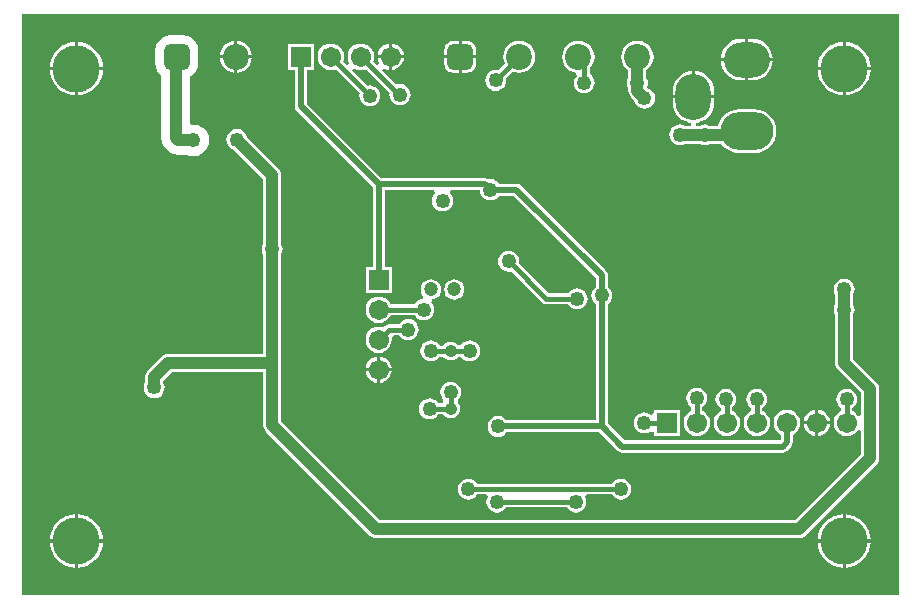
<source format=gbl>
G04*
G04 #@! TF.GenerationSoftware,Altium Limited,Altium Designer,18.1.1 (9)*
G04*
G04 Layer_Physical_Order=2*
G04 Layer_Color=16711680*
%FSLAX42Y42*%
%MOMM*%
G71*
G01*
G75*
%ADD12C,0.25*%
%ADD77C,0.40*%
%ADD78C,0.50*%
%ADD79C,1.00*%
%ADD81C,1.06*%
%ADD82R,1.71X1.71*%
%ADD83C,1.71*%
%ADD84R,1.71X1.71*%
%ADD85O,3.90X3.00*%
%ADD86O,3.00X3.90*%
%ADD87O,4.50X3.20*%
%ADD88C,1.20*%
G04:AMPARAMS|DCode=89|XSize=2.2mm|YSize=2.2mm|CornerRadius=0.55mm|HoleSize=0mm|Usage=FLASHONLY|Rotation=0.000|XOffset=0mm|YOffset=0mm|HoleType=Round|Shape=RoundedRectangle|*
%AMROUNDEDRECTD89*
21,1,2.20,1.10,0,0,0.0*
21,1,1.10,2.20,0,0,0.0*
1,1,1.10,0.55,-0.55*
1,1,1.10,-0.55,-0.55*
1,1,1.10,-0.55,0.55*
1,1,1.10,0.55,0.55*
%
%ADD89ROUNDEDRECTD89*%
%ADD90C,2.20*%
%ADD91C,4.00*%
%ADD92C,1.25*%
G36*
X7461Y39D02*
X39D01*
Y4961D01*
X7461D01*
Y39D01*
D02*
G37*
%LPC*%
G36*
X3805Y4736D02*
X3763D01*
Y4613D01*
X3886D01*
Y4655D01*
X3883Y4676D01*
X3875Y4696D01*
X3862Y4712D01*
X3846Y4725D01*
X3826Y4733D01*
X3805Y4736D01*
D02*
G37*
G36*
X3737D02*
X3695D01*
X3674Y4733D01*
X3654Y4725D01*
X3638Y4712D01*
X3625Y4696D01*
X3617Y4676D01*
X3614Y4655D01*
Y4613D01*
X3737D01*
Y4736D01*
D02*
G37*
G36*
X3175Y4710D02*
Y4613D01*
X3272D01*
X3270Y4629D01*
X3259Y4656D01*
X3241Y4679D01*
X3218Y4697D01*
X3191Y4708D01*
X3175Y4710D01*
D02*
G37*
G36*
X3149D02*
X3133Y4708D01*
X3106Y4697D01*
X3083Y4679D01*
X3065Y4656D01*
X3054Y4629D01*
X3052Y4613D01*
X3149D01*
Y4710D01*
D02*
G37*
G36*
X1863Y4735D02*
Y4613D01*
X1985D01*
X1982Y4635D01*
X1968Y4668D01*
X1947Y4697D01*
X1918Y4718D01*
X1885Y4732D01*
X1863Y4735D01*
D02*
G37*
G36*
X1837D02*
X1815Y4732D01*
X1782Y4718D01*
X1753Y4697D01*
X1732Y4668D01*
X1718Y4635D01*
X1715Y4613D01*
X1837D01*
Y4735D01*
D02*
G37*
G36*
X6220Y4751D02*
X6188D01*
Y4588D01*
X6395D01*
X6393Y4609D01*
X6383Y4642D01*
X6367Y4673D01*
X6345Y4700D01*
X6318Y4722D01*
X6287Y4738D01*
X6254Y4748D01*
X6220Y4751D01*
D02*
G37*
G36*
X6162D02*
X6130D01*
X6096Y4748D01*
X6063Y4738D01*
X6032Y4722D01*
X6005Y4700D01*
X5983Y4673D01*
X5967Y4642D01*
X5957Y4609D01*
X5955Y4588D01*
X6162D01*
Y4751D01*
D02*
G37*
G36*
X2908Y4712D02*
X2879Y4708D01*
X2852Y4697D01*
X2829Y4679D01*
X2811Y4656D01*
X2800Y4629D01*
X2796Y4600D01*
X2800Y4571D01*
X2811Y4544D01*
X2812Y4542D01*
X2794Y4526D01*
X2758Y4561D01*
X2762Y4571D01*
X2766Y4600D01*
X2762Y4629D01*
X2751Y4656D01*
X2733Y4679D01*
X2710Y4697D01*
X2683Y4708D01*
X2654Y4712D01*
X2625Y4708D01*
X2598Y4697D01*
X2575Y4679D01*
X2557Y4656D01*
X2546Y4629D01*
X2542Y4600D01*
X2546Y4571D01*
X2557Y4544D01*
X2575Y4521D01*
X2598Y4503D01*
X2625Y4492D01*
X2654Y4488D01*
X2683Y4492D01*
X2693Y4496D01*
X2898Y4290D01*
X2895Y4270D01*
X2898Y4247D01*
X2907Y4226D01*
X2921Y4207D01*
X2940Y4193D01*
X2961Y4184D01*
X2984Y4181D01*
X3007Y4184D01*
X3028Y4193D01*
X3047Y4207D01*
X3061Y4226D01*
X3070Y4247D01*
X3073Y4270D01*
X3070Y4293D01*
X3061Y4314D01*
X3047Y4333D01*
X3028Y4347D01*
X3007Y4356D01*
X2984Y4359D01*
X2964Y4356D01*
X2834Y4486D01*
X2850Y4504D01*
X2852Y4503D01*
X2879Y4492D01*
X2908Y4488D01*
X2937Y4492D01*
X2947Y4496D01*
X3153Y4290D01*
X3151Y4280D01*
X3154Y4257D01*
X3163Y4236D01*
X3177Y4217D01*
X3196Y4203D01*
X3217Y4194D01*
X3240Y4191D01*
X3263Y4194D01*
X3284Y4203D01*
X3303Y4217D01*
X3317Y4236D01*
X3326Y4257D01*
X3329Y4280D01*
X3326Y4303D01*
X3317Y4324D01*
X3303Y4343D01*
X3284Y4357D01*
X3263Y4366D01*
X3240Y4369D01*
X3217Y4366D01*
X3211Y4363D01*
X3088Y4486D01*
X3104Y4504D01*
X3106Y4503D01*
X3133Y4492D01*
X3149Y4490D01*
Y4587D01*
X3052D01*
X3054Y4571D01*
X3065Y4544D01*
X3066Y4542D01*
X3048Y4526D01*
X3012Y4561D01*
X3016Y4571D01*
X3020Y4600D01*
X3016Y4629D01*
X3005Y4656D01*
X2987Y4679D01*
X2964Y4697D01*
X2937Y4708D01*
X2908Y4712D01*
D02*
G37*
G36*
X7013Y4725D02*
Y4513D01*
X7225D01*
X7222Y4544D01*
X7209Y4587D01*
X7188Y4626D01*
X7160Y4660D01*
X7126Y4688D01*
X7087Y4709D01*
X7044Y4722D01*
X7013Y4725D01*
D02*
G37*
G36*
X6987D02*
X6956Y4722D01*
X6913Y4709D01*
X6874Y4688D01*
X6840Y4660D01*
X6812Y4626D01*
X6791Y4587D01*
X6778Y4544D01*
X6775Y4513D01*
X6987D01*
Y4725D01*
D02*
G37*
G36*
X513D02*
Y4513D01*
X725D01*
X722Y4544D01*
X709Y4587D01*
X688Y4626D01*
X660Y4660D01*
X626Y4688D01*
X587Y4709D01*
X544Y4722D01*
X513Y4725D01*
D02*
G37*
G36*
X487D02*
X456Y4722D01*
X413Y4709D01*
X374Y4688D01*
X340Y4660D01*
X312Y4626D01*
X291Y4587D01*
X278Y4544D01*
X275Y4513D01*
X487D01*
Y4725D01*
D02*
G37*
G36*
X3272Y4587D02*
X3175D01*
Y4490D01*
X3191Y4492D01*
X3218Y4503D01*
X3241Y4521D01*
X3259Y4544D01*
X3270Y4571D01*
X3272Y4587D01*
D02*
G37*
G36*
X4250Y4737D02*
X4215Y4732D01*
X4182Y4718D01*
X4153Y4697D01*
X4132Y4668D01*
X4118Y4635D01*
X4113Y4600D01*
X4118Y4565D01*
X4127Y4543D01*
X4070Y4486D01*
X4050Y4489D01*
X4027Y4486D01*
X4006Y4477D01*
X3987Y4463D01*
X3973Y4444D01*
X3964Y4423D01*
X3961Y4400D01*
X3964Y4377D01*
X3973Y4356D01*
X3987Y4337D01*
X4006Y4323D01*
X4027Y4314D01*
X4050Y4311D01*
X4073Y4314D01*
X4094Y4323D01*
X4113Y4337D01*
X4127Y4356D01*
X4136Y4377D01*
X4139Y4400D01*
X4136Y4420D01*
X4193Y4477D01*
X4215Y4468D01*
X4250Y4463D01*
X4285Y4468D01*
X4318Y4482D01*
X4347Y4503D01*
X4368Y4532D01*
X4382Y4565D01*
X4387Y4600D01*
X4382Y4635D01*
X4368Y4668D01*
X4347Y4697D01*
X4318Y4718D01*
X4285Y4732D01*
X4250Y4737D01*
D02*
G37*
G36*
X1985Y4587D02*
X1863D01*
Y4465D01*
X1885Y4468D01*
X1918Y4482D01*
X1947Y4503D01*
X1968Y4532D01*
X1982Y4565D01*
X1985Y4587D01*
D02*
G37*
G36*
X1837D02*
X1715D01*
X1718Y4565D01*
X1732Y4532D01*
X1753Y4503D01*
X1782Y4482D01*
X1815Y4468D01*
X1837Y4465D01*
Y4587D01*
D02*
G37*
G36*
X3886D02*
X3763D01*
Y4464D01*
X3805D01*
X3826Y4467D01*
X3846Y4475D01*
X3862Y4488D01*
X3875Y4504D01*
X3883Y4524D01*
X3886Y4545D01*
Y4587D01*
D02*
G37*
G36*
X3737D02*
X3614D01*
Y4545D01*
X3617Y4524D01*
X3625Y4504D01*
X3638Y4488D01*
X3654Y4475D01*
X3674Y4467D01*
X3695Y4464D01*
X3737D01*
Y4587D01*
D02*
G37*
G36*
X6395Y4562D02*
X6188D01*
Y4399D01*
X6220D01*
X6254Y4402D01*
X6287Y4412D01*
X6318Y4428D01*
X6345Y4450D01*
X6367Y4477D01*
X6383Y4508D01*
X6393Y4541D01*
X6395Y4562D01*
D02*
G37*
G36*
X6162D02*
X5955D01*
X5957Y4541D01*
X5967Y4508D01*
X5983Y4477D01*
X6005Y4450D01*
X6032Y4428D01*
X6063Y4412D01*
X6096Y4402D01*
X6130Y4399D01*
X6162D01*
Y4562D01*
D02*
G37*
G36*
X4750Y4737D02*
X4715Y4732D01*
X4682Y4718D01*
X4653Y4697D01*
X4632Y4668D01*
X4618Y4635D01*
X4613Y4600D01*
X4618Y4565D01*
X4632Y4532D01*
X4653Y4503D01*
X4682Y4482D01*
X4715Y4468D01*
X4727Y4466D01*
X4734Y4451D01*
X4735Y4440D01*
X4723Y4424D01*
X4714Y4403D01*
X4711Y4380D01*
X4714Y4357D01*
X4723Y4336D01*
X4737Y4317D01*
X4756Y4303D01*
X4777Y4294D01*
X4800Y4291D01*
X4823Y4294D01*
X4844Y4303D01*
X4863Y4317D01*
X4877Y4336D01*
X4886Y4357D01*
X4889Y4380D01*
X4886Y4403D01*
X4877Y4424D01*
X4863Y4443D01*
X4846Y4455D01*
Y4503D01*
X4847Y4503D01*
X4868Y4532D01*
X4882Y4565D01*
X4887Y4600D01*
X4882Y4635D01*
X4868Y4668D01*
X4847Y4697D01*
X4818Y4718D01*
X4785Y4732D01*
X4750Y4737D01*
D02*
G37*
G36*
X7225Y4487D02*
X7013D01*
Y4275D01*
X7044Y4278D01*
X7087Y4291D01*
X7126Y4312D01*
X7160Y4340D01*
X7188Y4374D01*
X7209Y4413D01*
X7222Y4456D01*
X7225Y4487D01*
D02*
G37*
G36*
X6987D02*
X6775D01*
X6778Y4456D01*
X6791Y4413D01*
X6812Y4374D01*
X6840Y4340D01*
X6874Y4312D01*
X6913Y4291D01*
X6956Y4278D01*
X6987Y4275D01*
Y4487D01*
D02*
G37*
G36*
X725D02*
X513D01*
Y4275D01*
X544Y4278D01*
X587Y4291D01*
X626Y4312D01*
X660Y4340D01*
X688Y4374D01*
X709Y4413D01*
X722Y4456D01*
X725Y4487D01*
D02*
G37*
G36*
X487D02*
X275D01*
X278Y4456D01*
X291Y4413D01*
X312Y4374D01*
X340Y4340D01*
X374Y4312D01*
X413Y4291D01*
X456Y4278D01*
X487Y4275D01*
Y4487D01*
D02*
G37*
G36*
X5738Y4480D02*
Y4273D01*
X5901D01*
Y4305D01*
X5898Y4339D01*
X5888Y4372D01*
X5872Y4403D01*
X5850Y4430D01*
X5823Y4452D01*
X5792Y4468D01*
X5759Y4478D01*
X5738Y4480D01*
D02*
G37*
G36*
X5712Y4480D02*
X5691Y4478D01*
X5658Y4468D01*
X5627Y4452D01*
X5600Y4430D01*
X5578Y4403D01*
X5562Y4372D01*
X5552Y4339D01*
X5549Y4305D01*
Y4273D01*
X5712D01*
Y4480D01*
D02*
G37*
G36*
X5250Y4737D02*
X5215Y4732D01*
X5182Y4718D01*
X5153Y4697D01*
X5132Y4668D01*
X5118Y4635D01*
X5113Y4600D01*
X5118Y4565D01*
X5132Y4532D01*
X5153Y4503D01*
X5174Y4488D01*
Y4425D01*
X5173Y4424D01*
X5164Y4403D01*
X5161Y4380D01*
X5164Y4357D01*
X5173Y4336D01*
X5174Y4335D01*
Y4310D01*
X5177Y4290D01*
X5184Y4272D01*
X5196Y4256D01*
X5224Y4228D01*
X5224Y4227D01*
X5233Y4206D01*
X5247Y4187D01*
X5266Y4173D01*
X5287Y4164D01*
X5310Y4161D01*
X5333Y4164D01*
X5354Y4173D01*
X5373Y4187D01*
X5387Y4206D01*
X5396Y4227D01*
X5399Y4250D01*
X5396Y4273D01*
X5387Y4294D01*
X5373Y4313D01*
X5354Y4327D01*
X5333Y4336D01*
X5336Y4357D01*
X5339Y4380D01*
X5336Y4403D01*
X5327Y4424D01*
X5326Y4425D01*
Y4488D01*
X5347Y4503D01*
X5368Y4532D01*
X5382Y4565D01*
X5387Y4600D01*
X5382Y4635D01*
X5368Y4668D01*
X5347Y4697D01*
X5318Y4718D01*
X5285Y4732D01*
X5250Y4737D01*
D02*
G37*
G36*
X5901Y4247D02*
X5725D01*
X5549D01*
Y4215D01*
X5552Y4181D01*
X5562Y4148D01*
X5578Y4117D01*
X5600Y4090D01*
X5627Y4068D01*
X5658Y4052D01*
X5691Y4042D01*
X5702Y4041D01*
X5700Y4016D01*
X5655D01*
X5654Y4017D01*
X5633Y4026D01*
X5610Y4029D01*
X5587Y4026D01*
X5566Y4017D01*
X5547Y4003D01*
X5533Y3984D01*
X5524Y3963D01*
X5521Y3940D01*
X5524Y3917D01*
X5533Y3896D01*
X5547Y3877D01*
X5566Y3863D01*
X5587Y3854D01*
X5610Y3851D01*
X5633Y3854D01*
X5654Y3863D01*
X5655Y3864D01*
X5775D01*
X5776Y3863D01*
X5797Y3854D01*
X5820Y3851D01*
X5843Y3854D01*
X5864Y3863D01*
X5865Y3864D01*
X5957D01*
X5978Y3838D01*
X6006Y3815D01*
X6039Y3798D01*
X6074Y3787D01*
X6110Y3784D01*
X6240D01*
X6276Y3787D01*
X6311Y3798D01*
X6344Y3815D01*
X6372Y3838D01*
X6395Y3866D01*
X6412Y3899D01*
X6423Y3934D01*
X6426Y3970D01*
X6423Y4006D01*
X6412Y4041D01*
X6395Y4074D01*
X6372Y4102D01*
X6344Y4125D01*
X6311Y4142D01*
X6276Y4153D01*
X6240Y4156D01*
X6110D01*
X6074Y4153D01*
X6039Y4142D01*
X6006Y4125D01*
X5978Y4102D01*
X5955Y4074D01*
X5938Y4041D01*
X5930Y4016D01*
X5865D01*
X5864Y4017D01*
X5843Y4026D01*
X5820Y4029D01*
X5797Y4026D01*
X5776Y4017D01*
X5775Y4016D01*
X5750D01*
X5748Y4041D01*
X5759Y4042D01*
X5792Y4052D01*
X5823Y4068D01*
X5850Y4090D01*
X5872Y4117D01*
X5888Y4148D01*
X5898Y4181D01*
X5901Y4215D01*
Y4247D01*
D02*
G37*
G36*
X1405Y4781D02*
X1295D01*
X1262Y4777D01*
X1232Y4764D01*
X1206Y4744D01*
X1186Y4718D01*
X1173Y4688D01*
X1169Y4655D01*
Y4545D01*
X1173Y4512D01*
X1186Y4482D01*
X1206Y4456D01*
X1219Y4446D01*
Y3910D01*
X1223Y3879D01*
X1235Y3849D01*
X1254Y3824D01*
X1272Y3807D01*
X1297Y3788D01*
X1326Y3776D01*
X1357Y3771D01*
X1437D01*
X1457Y3763D01*
X1491Y3759D01*
X1526Y3763D01*
X1558Y3777D01*
X1586Y3798D01*
X1607Y3826D01*
X1620Y3858D01*
X1625Y3892D01*
X1620Y3927D01*
X1607Y3959D01*
X1586Y3987D01*
X1558Y4008D01*
X1526Y4022D01*
X1491Y4026D01*
X1480Y4025D01*
X1461Y4041D01*
Y4433D01*
X1468Y4436D01*
X1494Y4456D01*
X1514Y4482D01*
X1527Y4512D01*
X1531Y4545D01*
Y4655D01*
X1527Y4688D01*
X1514Y4718D01*
X1494Y4744D01*
X1468Y4764D01*
X1438Y4777D01*
X1405Y4781D01*
D02*
G37*
G36*
X3700Y2716D02*
X3678Y2713D01*
X3657Y2705D01*
X3639Y2691D01*
X3625Y2673D01*
X3617Y2652D01*
X3614Y2630D01*
X3617Y2608D01*
X3625Y2587D01*
X3639Y2569D01*
X3657Y2555D01*
X3678Y2547D01*
X3700Y2544D01*
X3722Y2547D01*
X3743Y2555D01*
X3761Y2569D01*
X3775Y2587D01*
X3783Y2608D01*
X3786Y2630D01*
X3783Y2652D01*
X3775Y2673D01*
X3761Y2691D01*
X3743Y2705D01*
X3722Y2713D01*
X3700Y2716D01*
D02*
G37*
G36*
X3500D02*
X3478Y2713D01*
X3457Y2705D01*
X3439Y2691D01*
X3425Y2673D01*
X3417Y2652D01*
X3414Y2630D01*
X3417Y2608D01*
X3425Y2587D01*
X3436Y2573D01*
X3432Y2557D01*
X3427Y2547D01*
X3417Y2546D01*
X3396Y2537D01*
X3377Y2523D01*
X3363Y2504D01*
X3363Y2504D01*
X3161D01*
X3157Y2514D01*
X3139Y2537D01*
X3116Y2555D01*
X3089Y2566D01*
X3060Y2570D01*
X3031Y2566D01*
X3004Y2555D01*
X2981Y2537D01*
X2963Y2514D01*
X2952Y2487D01*
X2948Y2458D01*
X2952Y2429D01*
X2963Y2402D01*
X2981Y2379D01*
X3004Y2361D01*
X3031Y2350D01*
X3060Y2346D01*
X3089Y2350D01*
X3116Y2361D01*
X3139Y2379D01*
X3157Y2402D01*
X3161Y2412D01*
X3366D01*
X3377Y2397D01*
X3396Y2383D01*
X3417Y2374D01*
X3440Y2371D01*
X3463Y2374D01*
X3484Y2383D01*
X3503Y2397D01*
X3517Y2416D01*
X3526Y2437D01*
X3529Y2460D01*
X3526Y2483D01*
X3517Y2504D01*
X3505Y2519D01*
X3508Y2533D01*
X3514Y2546D01*
X3522Y2547D01*
X3543Y2555D01*
X3561Y2569D01*
X3575Y2587D01*
X3583Y2608D01*
X3586Y2630D01*
X3583Y2652D01*
X3575Y2673D01*
X3561Y2691D01*
X3543Y2705D01*
X3522Y2713D01*
X3500Y2716D01*
D02*
G37*
G36*
X4160Y2959D02*
X4137Y2956D01*
X4116Y2947D01*
X4097Y2933D01*
X4083Y2914D01*
X4074Y2893D01*
X4071Y2870D01*
X4074Y2847D01*
X4083Y2826D01*
X4097Y2807D01*
X4116Y2793D01*
X4137Y2784D01*
X4160Y2781D01*
X4180Y2784D01*
X4447Y2517D01*
X4462Y2507D01*
X4480Y2504D01*
X4480Y2504D01*
X4665D01*
X4677Y2487D01*
X4696Y2473D01*
X4717Y2464D01*
X4740Y2461D01*
X4763Y2464D01*
X4784Y2473D01*
X4803Y2487D01*
X4817Y2506D01*
X4826Y2527D01*
X4829Y2550D01*
X4826Y2573D01*
X4817Y2594D01*
X4803Y2613D01*
X4784Y2627D01*
X4763Y2636D01*
X4740Y2639D01*
X4717Y2636D01*
X4696Y2627D01*
X4677Y2613D01*
X4665Y2596D01*
X4499D01*
X4246Y2850D01*
X4249Y2870D01*
X4246Y2893D01*
X4237Y2914D01*
X4223Y2933D01*
X4204Y2947D01*
X4183Y2956D01*
X4160Y2959D01*
D02*
G37*
G36*
X3310Y2379D02*
X3287Y2376D01*
X3266Y2367D01*
X3247Y2353D01*
X3235Y2336D01*
X3146D01*
X3146Y2336D01*
X3128Y2333D01*
X3113Y2323D01*
X3113Y2323D01*
X3099Y2308D01*
X3089Y2312D01*
X3060Y2316D01*
X3031Y2312D01*
X3004Y2301D01*
X2981Y2283D01*
X2963Y2260D01*
X2952Y2233D01*
X2948Y2204D01*
X2952Y2175D01*
X2963Y2148D01*
X2981Y2125D01*
X3004Y2107D01*
X3031Y2096D01*
X3060Y2092D01*
X3089Y2096D01*
X3116Y2107D01*
X3139Y2125D01*
X3157Y2148D01*
X3168Y2175D01*
X3172Y2204D01*
X3170Y2219D01*
X3187Y2242D01*
X3191Y2244D01*
X3235D01*
X3247Y2227D01*
X3266Y2213D01*
X3287Y2204D01*
X3310Y2201D01*
X3333Y2204D01*
X3354Y2213D01*
X3373Y2227D01*
X3387Y2246D01*
X3396Y2267D01*
X3399Y2290D01*
X3396Y2313D01*
X3387Y2334D01*
X3373Y2353D01*
X3354Y2367D01*
X3333Y2376D01*
X3310Y2379D01*
D02*
G37*
G36*
X3830Y2199D02*
X3807Y2196D01*
X3786Y2187D01*
X3767Y2173D01*
X3756Y2158D01*
X3732Y2158D01*
X3730Y2158D01*
X3726Y2164D01*
X3710Y2176D01*
X3690Y2184D01*
X3670Y2187D01*
X3650Y2184D01*
X3630Y2176D01*
X3614Y2164D01*
X3607Y2154D01*
X3577D01*
X3577Y2154D01*
X3563Y2173D01*
X3544Y2187D01*
X3523Y2196D01*
X3500Y2199D01*
X3477Y2196D01*
X3456Y2187D01*
X3437Y2173D01*
X3423Y2154D01*
X3414Y2133D01*
X3411Y2110D01*
X3414Y2087D01*
X3423Y2066D01*
X3437Y2047D01*
X3456Y2033D01*
X3477Y2024D01*
X3500Y2021D01*
X3523Y2024D01*
X3544Y2033D01*
X3563Y2047D01*
X3574Y2062D01*
X3607D01*
X3614Y2052D01*
X3630Y2040D01*
X3650Y2032D01*
X3670Y2029D01*
X3690Y2032D01*
X3710Y2040D01*
X3726Y2052D01*
X3733Y2061D01*
X3757D01*
X3767Y2047D01*
X3786Y2033D01*
X3807Y2024D01*
X3830Y2021D01*
X3853Y2024D01*
X3874Y2033D01*
X3893Y2047D01*
X3907Y2066D01*
X3916Y2087D01*
X3919Y2110D01*
X3916Y2133D01*
X3907Y2154D01*
X3893Y2173D01*
X3874Y2187D01*
X3853Y2196D01*
X3830Y2199D01*
D02*
G37*
G36*
X3073Y2060D02*
Y1963D01*
X3170D01*
X3168Y1979D01*
X3157Y2006D01*
X3139Y2029D01*
X3116Y2047D01*
X3089Y2058D01*
X3073Y2060D01*
D02*
G37*
G36*
X3047D02*
X3031Y2058D01*
X3004Y2047D01*
X2981Y2029D01*
X2963Y2006D01*
X2952Y1979D01*
X2950Y1963D01*
X3047D01*
Y2060D01*
D02*
G37*
G36*
X3170Y1937D02*
X3073D01*
Y1840D01*
X3089Y1842D01*
X3116Y1853D01*
X3139Y1871D01*
X3157Y1894D01*
X3168Y1921D01*
X3170Y1937D01*
D02*
G37*
G36*
X3047D02*
X2950D01*
X2952Y1921D01*
X2963Y1894D01*
X2981Y1871D01*
X3004Y1853D01*
X3031Y1842D01*
X3047Y1840D01*
Y1937D01*
D02*
G37*
G36*
X3670Y1849D02*
X3647Y1846D01*
X3626Y1837D01*
X3607Y1823D01*
X3593Y1804D01*
X3584Y1783D01*
X3581Y1760D01*
X3584Y1737D01*
X3593Y1716D01*
X3607Y1697D01*
X3607Y1666D01*
X3565D01*
X3553Y1683D01*
X3534Y1697D01*
X3513Y1706D01*
X3490Y1709D01*
X3467Y1706D01*
X3446Y1697D01*
X3427Y1683D01*
X3413Y1664D01*
X3404Y1643D01*
X3401Y1620D01*
X3404Y1597D01*
X3413Y1576D01*
X3427Y1557D01*
X3446Y1543D01*
X3467Y1534D01*
X3490Y1531D01*
X3513Y1534D01*
X3534Y1543D01*
X3553Y1557D01*
X3565Y1574D01*
X3607D01*
X3614Y1564D01*
X3630Y1552D01*
X3650Y1544D01*
X3670Y1541D01*
X3690Y1544D01*
X3710Y1552D01*
X3726Y1564D01*
X3738Y1580D01*
X3746Y1600D01*
X3749Y1620D01*
X3746Y1640D01*
X3738Y1660D01*
X3733Y1666D01*
X3733Y1697D01*
X3747Y1716D01*
X3756Y1737D01*
X3759Y1760D01*
X3756Y1783D01*
X3747Y1804D01*
X3733Y1823D01*
X3714Y1837D01*
X3693Y1846D01*
X3670Y1849D01*
D02*
G37*
G36*
X5611Y1611D02*
X5389D01*
Y1580D01*
X5364Y1569D01*
X5354Y1577D01*
X5333Y1586D01*
X5310Y1589D01*
X5287Y1586D01*
X5266Y1577D01*
X5247Y1563D01*
X5233Y1544D01*
X5224Y1523D01*
X5221Y1500D01*
X5224Y1477D01*
X5233Y1456D01*
X5247Y1437D01*
X5266Y1423D01*
X5287Y1414D01*
X5310Y1411D01*
X5333Y1414D01*
X5354Y1423D01*
X5364Y1431D01*
X5389Y1420D01*
Y1389D01*
X5611D01*
Y1611D01*
D02*
G37*
G36*
X2511Y4711D02*
X2289D01*
Y4489D01*
X2349D01*
Y4180D01*
X2353Y4160D01*
X2364Y4144D01*
X3009Y3499D01*
Y2823D01*
X2949D01*
Y2601D01*
X3171D01*
Y2823D01*
X3111D01*
Y3469D01*
X3530D01*
X3539Y3444D01*
X3537Y3443D01*
X3523Y3424D01*
X3514Y3403D01*
X3511Y3380D01*
X3514Y3357D01*
X3523Y3336D01*
X3537Y3317D01*
X3556Y3303D01*
X3577Y3294D01*
X3600Y3291D01*
X3623Y3294D01*
X3644Y3303D01*
X3663Y3317D01*
X3677Y3336D01*
X3686Y3357D01*
X3689Y3380D01*
X3686Y3403D01*
X3677Y3424D01*
X3663Y3443D01*
X3661Y3444D01*
X3670Y3469D01*
X3917D01*
X3919Y3452D01*
X3928Y3431D01*
X3942Y3412D01*
X3961Y3398D01*
X3982Y3389D01*
X4005Y3386D01*
X4028Y3389D01*
X4049Y3398D01*
X4068Y3412D01*
X4076Y3424D01*
X4204D01*
X4899Y2729D01*
Y2651D01*
X4887Y2643D01*
X4873Y2624D01*
X4864Y2603D01*
X4861Y2580D01*
X4864Y2557D01*
X4873Y2536D01*
X4887Y2517D01*
X4899Y2509D01*
Y1521D01*
X4141D01*
X4133Y1533D01*
X4114Y1547D01*
X4093Y1556D01*
X4070Y1559D01*
X4047Y1556D01*
X4026Y1547D01*
X4007Y1533D01*
X3993Y1514D01*
X3984Y1493D01*
X3981Y1470D01*
X3984Y1447D01*
X3993Y1426D01*
X4007Y1407D01*
X4026Y1393D01*
X4047Y1384D01*
X4070Y1381D01*
X4093Y1384D01*
X4114Y1393D01*
X4133Y1407D01*
X4141Y1419D01*
X4929D01*
X5084Y1264D01*
X5100Y1253D01*
X5120Y1249D01*
X6480D01*
X6500Y1253D01*
X6516Y1264D01*
X6552Y1300D01*
X6563Y1316D01*
X6567Y1336D01*
Y1401D01*
X6572Y1403D01*
X6595Y1421D01*
X6613Y1444D01*
X6624Y1471D01*
X6628Y1500D01*
X6624Y1529D01*
X6613Y1556D01*
X6595Y1579D01*
X6572Y1597D01*
X6545Y1608D01*
X6516Y1612D01*
X6487Y1608D01*
X6460Y1597D01*
X6437Y1579D01*
X6419Y1556D01*
X6408Y1529D01*
X6404Y1500D01*
X6408Y1471D01*
X6419Y1444D01*
X6437Y1421D01*
X6460Y1403D01*
X6465Y1401D01*
Y1357D01*
X6459Y1351D01*
X5141D01*
X5001Y1491D01*
Y2509D01*
X5013Y2517D01*
X5027Y2536D01*
X5036Y2557D01*
X5039Y2580D01*
X5036Y2603D01*
X5027Y2624D01*
X5013Y2643D01*
X5001Y2651D01*
Y2750D01*
X4997Y2770D01*
X4986Y2786D01*
X4261Y3511D01*
X4245Y3522D01*
X4225Y3526D01*
X4076D01*
X4068Y3538D01*
X4049Y3552D01*
X4028Y3561D01*
X4005Y3564D01*
X3989Y3562D01*
X3980Y3567D01*
X3960Y3571D01*
X3081D01*
X2451Y4201D01*
Y4489D01*
X2511D01*
Y4711D01*
D02*
G37*
G36*
X6783Y1610D02*
Y1513D01*
X6880D01*
X6878Y1529D01*
X6867Y1556D01*
X6849Y1579D01*
X6826Y1597D01*
X6799Y1608D01*
X6783Y1610D01*
D02*
G37*
G36*
X6757D02*
X6741Y1608D01*
X6714Y1597D01*
X6691Y1579D01*
X6673Y1556D01*
X6662Y1529D01*
X6660Y1513D01*
X6757D01*
Y1610D01*
D02*
G37*
G36*
X6880Y1487D02*
X6783D01*
Y1390D01*
X6799Y1392D01*
X6826Y1403D01*
X6849Y1421D01*
X6867Y1444D01*
X6878Y1471D01*
X6880Y1487D01*
D02*
G37*
G36*
X6757D02*
X6660D01*
X6662Y1471D01*
X6673Y1444D01*
X6691Y1421D01*
X6714Y1403D01*
X6741Y1392D01*
X6757Y1390D01*
Y1487D01*
D02*
G37*
G36*
X6262Y1789D02*
X6239Y1786D01*
X6218Y1777D01*
X6199Y1763D01*
X6185Y1744D01*
X6176Y1723D01*
X6173Y1700D01*
X6176Y1677D01*
X6185Y1656D01*
X6199Y1637D01*
X6216Y1625D01*
Y1601D01*
X6206Y1597D01*
X6183Y1579D01*
X6165Y1556D01*
X6154Y1529D01*
X6150Y1500D01*
X6154Y1471D01*
X6165Y1444D01*
X6183Y1421D01*
X6206Y1403D01*
X6233Y1392D01*
X6262Y1388D01*
X6291Y1392D01*
X6318Y1403D01*
X6341Y1421D01*
X6359Y1444D01*
X6370Y1471D01*
X6374Y1500D01*
X6370Y1529D01*
X6359Y1556D01*
X6341Y1579D01*
X6318Y1597D01*
X6308Y1601D01*
Y1625D01*
X6325Y1637D01*
X6339Y1656D01*
X6348Y1677D01*
X6351Y1700D01*
X6348Y1723D01*
X6339Y1744D01*
X6325Y1763D01*
X6306Y1777D01*
X6285Y1786D01*
X6262Y1789D01*
D02*
G37*
G36*
X6000D02*
X5977Y1786D01*
X5956Y1777D01*
X5937Y1763D01*
X5923Y1744D01*
X5914Y1723D01*
X5911Y1700D01*
X5914Y1677D01*
X5923Y1656D01*
X5937Y1637D01*
X5955Y1624D01*
X5955Y1618D01*
X5954Y1598D01*
X5952Y1597D01*
X5929Y1579D01*
X5911Y1556D01*
X5900Y1529D01*
X5896Y1500D01*
X5900Y1471D01*
X5911Y1444D01*
X5929Y1421D01*
X5952Y1403D01*
X5979Y1392D01*
X6008Y1388D01*
X6037Y1392D01*
X6064Y1403D01*
X6087Y1421D01*
X6105Y1444D01*
X6116Y1471D01*
X6120Y1500D01*
X6116Y1529D01*
X6105Y1556D01*
X6087Y1579D01*
X6064Y1597D01*
X6054Y1601D01*
Y1631D01*
X6063Y1637D01*
X6077Y1656D01*
X6086Y1677D01*
X6089Y1700D01*
X6086Y1723D01*
X6077Y1744D01*
X6063Y1763D01*
X6044Y1777D01*
X6023Y1786D01*
X6000Y1789D01*
D02*
G37*
G36*
X5754Y1799D02*
X5731Y1796D01*
X5710Y1787D01*
X5691Y1773D01*
X5677Y1754D01*
X5668Y1733D01*
X5665Y1710D01*
X5668Y1687D01*
X5677Y1666D01*
X5691Y1647D01*
X5708Y1635D01*
Y1601D01*
X5698Y1597D01*
X5675Y1579D01*
X5657Y1556D01*
X5646Y1529D01*
X5642Y1500D01*
X5646Y1471D01*
X5657Y1444D01*
X5675Y1421D01*
X5698Y1403D01*
X5725Y1392D01*
X5754Y1388D01*
X5783Y1392D01*
X5810Y1403D01*
X5833Y1421D01*
X5851Y1444D01*
X5862Y1471D01*
X5866Y1500D01*
X5862Y1529D01*
X5851Y1556D01*
X5833Y1579D01*
X5810Y1597D01*
X5800Y1601D01*
Y1635D01*
X5817Y1647D01*
X5831Y1666D01*
X5840Y1687D01*
X5843Y1710D01*
X5840Y1733D01*
X5831Y1754D01*
X5817Y1773D01*
X5798Y1787D01*
X5777Y1796D01*
X5754Y1799D01*
D02*
G37*
G36*
X5110Y1029D02*
X5087Y1026D01*
X5066Y1017D01*
X5047Y1003D01*
X5035Y986D01*
X3895D01*
X3883Y1003D01*
X3864Y1017D01*
X3843Y1026D01*
X3820Y1029D01*
X3797Y1026D01*
X3776Y1017D01*
X3757Y1003D01*
X3743Y984D01*
X3734Y963D01*
X3731Y940D01*
X3734Y917D01*
X3743Y896D01*
X3757Y877D01*
X3776Y863D01*
X3797Y854D01*
X3820Y851D01*
X3843Y854D01*
X3864Y863D01*
X3883Y877D01*
X3895Y894D01*
X3967D01*
X3973Y886D01*
X3981Y869D01*
X3974Y853D01*
X3971Y830D01*
X3974Y807D01*
X3983Y786D01*
X3997Y767D01*
X4016Y753D01*
X4037Y744D01*
X4060Y741D01*
X4083Y744D01*
X4104Y753D01*
X4123Y767D01*
X4135Y784D01*
X4655D01*
X4667Y767D01*
X4686Y753D01*
X4707Y744D01*
X4730Y741D01*
X4753Y744D01*
X4774Y753D01*
X4793Y767D01*
X4807Y786D01*
X4816Y807D01*
X4819Y830D01*
X4816Y853D01*
X4809Y869D01*
X4817Y886D01*
X4823Y894D01*
X5035D01*
X5047Y877D01*
X5066Y863D01*
X5087Y854D01*
X5110Y851D01*
X5133Y854D01*
X5154Y863D01*
X5173Y877D01*
X5187Y896D01*
X5196Y917D01*
X5199Y940D01*
X5196Y963D01*
X5187Y984D01*
X5173Y1003D01*
X5154Y1017D01*
X5133Y1026D01*
X5110Y1029D01*
D02*
G37*
G36*
X1859Y3988D02*
X1837Y3985D01*
X1815Y3976D01*
X1797Y3962D01*
X1783Y3944D01*
X1774Y3922D01*
X1771Y3899D01*
X1774Y3877D01*
X1783Y3855D01*
X1797Y3837D01*
X1815Y3823D01*
X1837Y3814D01*
X1838Y3814D01*
X2083Y3568D01*
Y3015D01*
X2083Y3014D01*
X2074Y2992D01*
X2071Y2969D01*
X2074Y2947D01*
X2083Y2925D01*
X2083Y2924D01*
Y2086D01*
X1280D01*
X1260Y2083D01*
X1242Y2076D01*
X1226Y2064D01*
X1106Y1944D01*
X1094Y1928D01*
X1087Y1910D01*
X1084Y1890D01*
Y1845D01*
X1083Y1844D01*
X1074Y1823D01*
X1071Y1800D01*
X1074Y1777D01*
X1083Y1756D01*
X1097Y1737D01*
X1116Y1723D01*
X1137Y1714D01*
X1160Y1711D01*
X1183Y1714D01*
X1204Y1723D01*
X1223Y1737D01*
X1237Y1756D01*
X1246Y1777D01*
X1249Y1800D01*
X1246Y1823D01*
X1237Y1844D01*
X1236Y1845D01*
Y1858D01*
X1312Y1934D01*
X2083D01*
Y1480D01*
X2086Y1460D01*
X2094Y1442D01*
X2106Y1426D01*
X2986Y546D01*
X3001Y534D01*
X3020Y527D01*
X3040Y524D01*
X6620D01*
X6640Y527D01*
X6658Y534D01*
X6674Y546D01*
X7274Y1146D01*
X7286Y1162D01*
X7289Y1170D01*
X7293Y1180D01*
X7296Y1200D01*
Y1790D01*
X7293Y1810D01*
X7286Y1828D01*
X7274Y1844D01*
X7076Y2042D01*
Y2415D01*
X7077Y2416D01*
X7086Y2437D01*
X7089Y2460D01*
X7086Y2483D01*
X7077Y2504D01*
X7076Y2505D01*
Y2585D01*
X7077Y2586D01*
X7086Y2607D01*
X7089Y2630D01*
X7086Y2653D01*
X7077Y2674D01*
X7063Y2693D01*
X7044Y2707D01*
X7023Y2716D01*
X7000Y2719D01*
X6977Y2716D01*
X6956Y2707D01*
X6937Y2693D01*
X6923Y2674D01*
X6914Y2653D01*
X6911Y2630D01*
X6914Y2607D01*
X6923Y2586D01*
X6924Y2585D01*
Y2505D01*
X6923Y2504D01*
X6914Y2483D01*
X6911Y2460D01*
X6914Y2437D01*
X6923Y2416D01*
X6924Y2415D01*
Y2010D01*
X6927Y1990D01*
X6934Y1972D01*
X6946Y1956D01*
X7144Y1758D01*
Y1566D01*
X7127Y1559D01*
X7119Y1558D01*
X7103Y1579D01*
X7080Y1597D01*
X7070Y1601D01*
Y1625D01*
X7087Y1637D01*
X7101Y1656D01*
X7110Y1677D01*
X7113Y1700D01*
X7110Y1723D01*
X7101Y1744D01*
X7087Y1763D01*
X7068Y1777D01*
X7047Y1786D01*
X7024Y1789D01*
X7001Y1786D01*
X6980Y1777D01*
X6961Y1763D01*
X6947Y1744D01*
X6938Y1723D01*
X6935Y1700D01*
X6938Y1677D01*
X6947Y1656D01*
X6961Y1637D01*
X6978Y1625D01*
Y1601D01*
X6968Y1597D01*
X6945Y1579D01*
X6927Y1556D01*
X6916Y1529D01*
X6912Y1500D01*
X6916Y1471D01*
X6927Y1444D01*
X6945Y1421D01*
X6968Y1403D01*
X6995Y1392D01*
X7024Y1388D01*
X7053Y1392D01*
X7080Y1403D01*
X7103Y1421D01*
X7119Y1442D01*
X7127Y1441D01*
X7144Y1434D01*
Y1232D01*
X6588Y676D01*
X3071D01*
X2236Y1512D01*
Y2924D01*
X2236Y2925D01*
X2245Y2947D01*
X2248Y2969D01*
X2245Y2992D01*
X2236Y3014D01*
X2236Y3015D01*
Y3599D01*
X2233Y3619D01*
X2225Y3638D01*
X2213Y3653D01*
X1945Y3921D01*
X1945Y3922D01*
X1936Y3944D01*
X1922Y3962D01*
X1904Y3976D01*
X1882Y3985D01*
X1859Y3988D01*
D02*
G37*
G36*
X7013Y725D02*
Y513D01*
X7225D01*
X7222Y544D01*
X7209Y587D01*
X7188Y626D01*
X7160Y660D01*
X7126Y688D01*
X7087Y709D01*
X7044Y722D01*
X7013Y725D01*
D02*
G37*
G36*
X6987D02*
X6956Y722D01*
X6913Y709D01*
X6874Y688D01*
X6840Y660D01*
X6812Y626D01*
X6791Y587D01*
X6778Y544D01*
X6775Y513D01*
X6987D01*
Y725D01*
D02*
G37*
G36*
X513D02*
Y513D01*
X725D01*
X722Y544D01*
X709Y587D01*
X688Y626D01*
X660Y660D01*
X626Y688D01*
X587Y709D01*
X544Y722D01*
X513Y725D01*
D02*
G37*
G36*
X487D02*
X456Y722D01*
X413Y709D01*
X374Y688D01*
X340Y660D01*
X312Y626D01*
X291Y587D01*
X278Y544D01*
X275Y513D01*
X487D01*
Y725D01*
D02*
G37*
G36*
X7225Y487D02*
X7013D01*
Y275D01*
X7044Y278D01*
X7087Y291D01*
X7126Y312D01*
X7160Y340D01*
X7188Y374D01*
X7209Y413D01*
X7222Y456D01*
X7225Y487D01*
D02*
G37*
G36*
X6987D02*
X6775D01*
X6778Y456D01*
X6791Y413D01*
X6812Y374D01*
X6840Y340D01*
X6874Y312D01*
X6913Y291D01*
X6956Y278D01*
X6987Y275D01*
Y487D01*
D02*
G37*
G36*
X725D02*
X513D01*
Y275D01*
X544Y278D01*
X587Y291D01*
X626Y312D01*
X660Y340D01*
X688Y374D01*
X709Y413D01*
X722Y456D01*
X725Y487D01*
D02*
G37*
G36*
X487D02*
X275D01*
X278Y456D01*
X291Y413D01*
X312Y374D01*
X340Y340D01*
X374Y312D01*
X413Y291D01*
X456Y278D01*
X487Y275D01*
Y487D01*
D02*
G37*
%LPD*%
D12*
X6145Y3940D02*
X6175Y3970D01*
X6262Y1700D02*
Y1728D01*
X6000Y1700D02*
Y1714D01*
X6008Y1722D01*
X3828Y2108D02*
X3830Y2110D01*
X3228Y4280D02*
X3240D01*
X3438Y2458D02*
X3440Y2460D01*
D77*
X3670Y2108D02*
X3828D01*
X3500D02*
X3670D01*
X3490Y1620D02*
X3670D01*
Y1750D01*
X5310Y1500D02*
X5500D01*
X5754D02*
Y1710D01*
X6008Y1500D02*
Y1722D01*
X6262Y1500D02*
Y1728D01*
X7024Y1500D02*
Y1700D01*
X2908Y4600D02*
X3228Y4280D01*
X2654Y4600D02*
X2984Y4270D01*
X3060Y2458D02*
X3438D01*
X3146Y2290D02*
X3310D01*
X3060Y2204D02*
X3146Y2290D01*
X4750Y4600D02*
X4800Y4550D01*
Y4380D02*
Y4550D01*
X4050Y4400D02*
X4250Y4600D01*
X3820Y940D02*
X5110D01*
X4060Y830D02*
X4730D01*
X4160Y2870D02*
X4480Y2550D01*
X4740D01*
D78*
X2400Y4180D02*
X3060Y3520D01*
X2400Y4180D02*
Y4600D01*
X3960Y3520D02*
X4005Y3475D01*
X3060Y3520D02*
X3960D01*
X5120Y1300D02*
X6480D01*
X4950Y1470D02*
X5120Y1300D01*
X4950Y1470D02*
Y2580D01*
X4070Y1470D02*
X4950D01*
X6480Y1300D02*
X6516Y1336D01*
Y1500D01*
X4950Y2580D02*
Y2750D01*
X4225Y3475D02*
X4950Y2750D01*
X4005Y3475D02*
X4225D01*
X3060Y2712D02*
Y3520D01*
D79*
X5610Y3940D02*
X5820D01*
X1160Y1800D02*
Y1890D01*
X7000Y2010D02*
Y2630D01*
X5820Y3940D02*
X6145D01*
X5250Y4310D02*
Y4380D01*
Y4310D02*
X5310Y4250D01*
X1160Y1890D02*
X1280Y2010D01*
X2140D01*
X7220Y1200D02*
Y1790D01*
X7000Y2010D02*
X7220Y1790D01*
X1357Y3892D02*
X1491D01*
X1340Y3910D02*
X1357Y3892D01*
X1340Y3910D02*
Y4590D01*
X5250Y4380D02*
Y4600D01*
X3040Y600D02*
X6620D01*
X2159Y1480D02*
X3040Y600D01*
X6620D02*
X7220Y1200D01*
X2159Y1480D02*
Y2969D01*
Y3599D01*
X1859Y3899D02*
X2159Y3599D01*
D81*
X3670Y2108D02*
D03*
Y1620D02*
D03*
D82*
X5500Y1500D02*
D03*
X2400Y4600D02*
D03*
D83*
X5754Y1500D02*
D03*
X6008D02*
D03*
X6262D02*
D03*
X6516D02*
D03*
X6770D02*
D03*
X7024D02*
D03*
X3162Y4600D02*
D03*
X2908D02*
D03*
X2654D02*
D03*
X3060Y1950D02*
D03*
Y2204D02*
D03*
Y2458D02*
D03*
D84*
Y2712D02*
D03*
D85*
X6175Y4575D02*
D03*
D86*
X5725Y4260D02*
D03*
D87*
X6175Y3970D02*
D03*
D88*
X3700Y2630D02*
D03*
X3500D02*
D03*
D89*
X3750Y4600D02*
D03*
X1350D02*
D03*
D90*
X5250D02*
D03*
X4750D02*
D03*
X4250D02*
D03*
X1850D02*
D03*
D91*
X7000Y500D02*
D03*
X500D02*
D03*
X7000Y4500D02*
D03*
X500D02*
D03*
D92*
X5610Y3940D02*
D03*
X7000Y2460D02*
D03*
X1410Y2580D02*
D03*
X1500Y2710D02*
D03*
X1160Y1800D02*
D03*
X6600Y3600D02*
D03*
X6160D02*
D03*
X5990Y2620D02*
D03*
Y2180D02*
D03*
X7040Y3600D02*
D03*
X7000Y2630D02*
D03*
X1023Y4172D02*
D03*
X5310Y4250D02*
D03*
X2700Y2110D02*
D03*
X390Y3690D02*
D03*
X380Y3900D02*
D03*
Y4120D02*
D03*
X7024Y1700D02*
D03*
X6262D02*
D03*
X5754Y1710D02*
D03*
X6000Y1700D02*
D03*
X3600Y3380D02*
D03*
X3500Y2110D02*
D03*
X3490Y1620D02*
D03*
X3670Y1760D02*
D03*
X3830Y2110D02*
D03*
X5310Y1500D02*
D03*
X1491Y3892D02*
D03*
X3240Y4280D02*
D03*
X2984Y4270D02*
D03*
X3310Y2290D02*
D03*
X3440Y2460D02*
D03*
X5250Y4380D02*
D03*
X4800D02*
D03*
X4050Y4400D02*
D03*
X5820Y3940D02*
D03*
X4720Y2760D02*
D03*
X3920Y1710D02*
D03*
X2620Y3440D02*
D03*
X4730Y3630D02*
D03*
X2300Y3030D02*
D03*
X2541Y2120D02*
D03*
X3870Y2870D02*
D03*
X3350Y2880D02*
D03*
X1630Y4160D02*
D03*
X4070Y1060D02*
D03*
X4220D02*
D03*
X4730Y830D02*
D03*
X4060D02*
D03*
X1859Y3899D02*
D03*
X1670Y3470D02*
D03*
X970Y950D02*
D03*
X1710Y1350D02*
D03*
X1560D02*
D03*
X5550Y2590D02*
D03*
X5350Y2800D02*
D03*
Y3330D02*
D03*
X5490Y3230D02*
D03*
X1990Y2550D02*
D03*
X5110Y940D02*
D03*
X3820D02*
D03*
X2159Y2969D02*
D03*
X3320Y1864D02*
D03*
X4000Y3650D02*
D03*
X4005Y3475D02*
D03*
X4160Y2870D02*
D03*
X4740Y2550D02*
D03*
X6710Y2200D02*
D03*
X5380D02*
D03*
X4070Y1470D02*
D03*
X4950Y2580D02*
D03*
X4250Y4210D02*
D03*
X4500D02*
D03*
M02*

</source>
